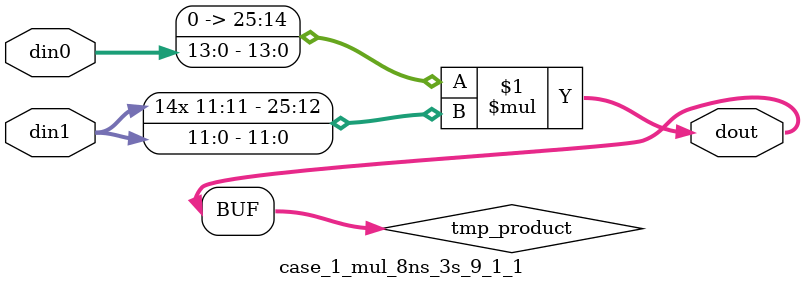
<source format=v>

`timescale 1 ns / 1 ps

 (* use_dsp = "no" *)  module case_1_mul_8ns_3s_9_1_1(din0, din1, dout);
parameter ID = 1;
parameter NUM_STAGE = 0;
parameter din0_WIDTH = 14;
parameter din1_WIDTH = 12;
parameter dout_WIDTH = 26;

input [din0_WIDTH - 1 : 0] din0; 
input [din1_WIDTH - 1 : 0] din1; 
output [dout_WIDTH - 1 : 0] dout;

wire signed [dout_WIDTH - 1 : 0] tmp_product;

























assign tmp_product = $signed({1'b0, din0}) * $signed(din1);










assign dout = tmp_product;





















endmodule

</source>
